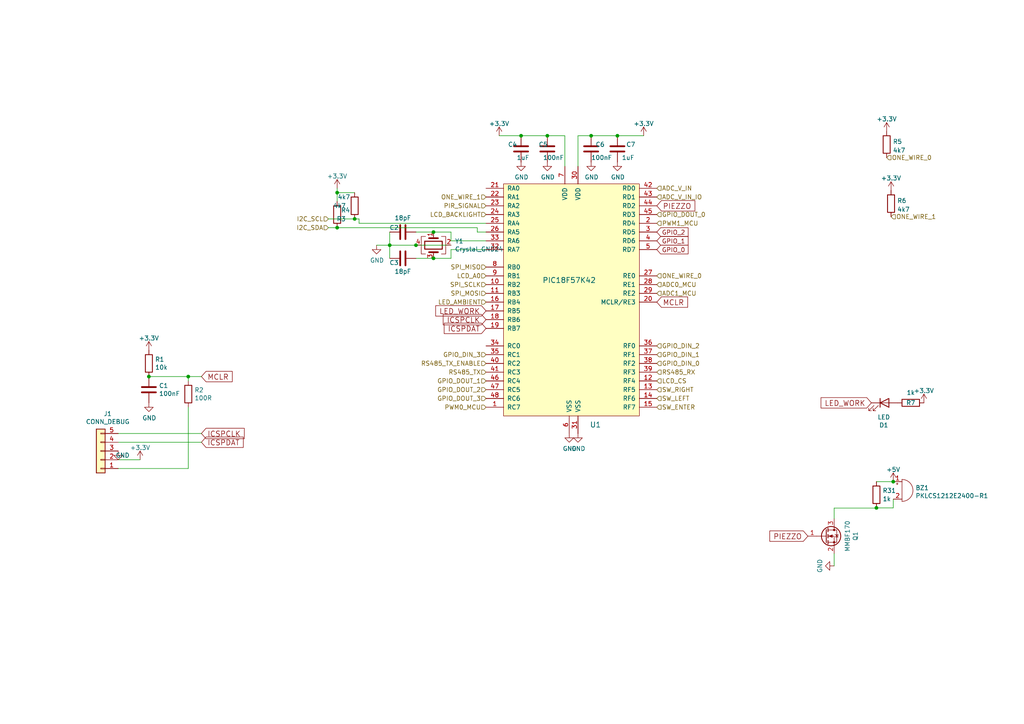
<source format=kicad_sch>
(kicad_sch (version 20231120) (generator "eeschema") (generator_version "8.0")
  (paper "A4")
  (title_block (title "Room Board 003") (date "2018-06-15") (rev "001") (company "Jiří Husák"))
  (lib_symbols
    (symbol "+3.3V_1" (power) (pin_names (offset 0))
      (property "Value" "+3.3V_1" (at 0 3.556 0))
      (symbol "+3.3V_1_0_1"
        (polyline (pts (xy -0.762 1.27) (xy 0 2.54)))
        (polyline (pts (xy 0 0) (xy 0 2.54)))
        (polyline (pts (xy 0 2.54) (xy 0.762 1.27)))
      )
      (symbol "+3.3V_1_1_1"
        (pin power_in line (at 0 0 90) (length 0) hide (name "+3.3V") (number "1"))
      )
    )
    (symbol "+3.3V_2" (power) (pin_names (offset 0))
      (property "Value" "+3.3V_2" (at 0 3.556 0))
      (symbol "+3.3V_2_0_1"
        (polyline (pts (xy -0.762 1.27) (xy 0 2.54)))
        (polyline (pts (xy 0 0) (xy 0 2.54)))
        (polyline (pts (xy 0 2.54) (xy 0.762 1.27)))
      )
      (symbol "+3.3V_2_1_1"
        (pin power_in line (at 0 0 90) (length 0) hide (name "+3.3V") (number "1"))
      )
    )
    (symbol "Connector_Generic:Conn_01x05" (pin_names (offset 1.016) hide)
      (property "Reference" "J" (at 0 7.62 0))
      (property "Value" "Conn_01x05" (at 0 -7.62 0))
      (symbol "Conn_01x05_1_1"
        (rectangle (start -1.27 -4.953) (end 0 -5.207) (stroke (width 0.1524)))
        (rectangle (start -1.27 -2.413) (end 0 -2.667) (stroke (width 0.1524)))
        (rectangle (start -1.27 0.127) (end 0 -0.127) (stroke (width 0.1524)))
        (rectangle (start -1.27 2.667) (end 0 2.413) (stroke (width 0.1524)))
        (rectangle (start -1.27 5.207) (end 0 4.953) (stroke (width 0.1524)))
        (rectangle (start -1.27 6.35) (end 1.27 -6.35) (stroke (width 0.254)) (fill (type background)))
        (pin passive line (at -5.08 5.08 0) (length 3.81) (name "Pin_1") (number "1"))
        (pin passive line (at -5.08 2.54 0) (length 3.81) (name "Pin_2") (number "2"))
        (pin passive line (at -5.08 0 0) (length 3.81) (name "Pin_3") (number "3"))
        (pin passive line (at -5.08 -2.54 0) (length 3.81) (name "Pin_4") (number "4"))
        (pin passive line (at -5.08 -5.08 0) (length 3.81) (name "Pin_5") (number "5"))
      )
    )
    (symbol "Device:Buzzer" (pin_names (offset 0.0254) hide)
      (property "Reference" "BZ" (at 3.81 1.27 0))
      (property "Value" "Buzzer" (at 3.81 -1.27 0))
      (symbol "Buzzer_0_1"
        (arc (start 0 -3.175) (mid 3.1612 0) (end 0 3.175))
        (polyline (pts (xy -1.651 1.905) (xy -1.143 1.905)))
        (polyline (pts (xy -1.397 2.159) (xy -1.397 1.651)))
        (polyline (pts (xy 0 3.175) (xy 0 -3.175)))
      )
      (symbol "Buzzer_1_1"
        (pin passive line (at -2.54 2.54 0) (length 2.54) (name "-") (number "1"))
        (pin passive line (at -2.54 -2.54 0) (length 2.54) (name "+") (number "2"))
      )
    )
    (symbol "Device:C" (pin_numbers hide) (pin_names (offset 0.254))
      (property "Reference" "C" (at 0.635 2.54 0))
      (property "Value" "C" (at 0.635 -2.54 0))
      (symbol "C_0_1"
        (polyline (pts (xy -2.032 -0.762) (xy 2.032 -0.762)) (stroke (width 0.508)))
        (polyline (pts (xy -2.032 0.762) (xy 2.032 0.762)) (stroke (width 0.508)))
      )
      (symbol "C_1_1"
        (pin passive line (at 0 3.81 270) (length 2.794) (name "~") (number "1"))
        (pin passive line (at 0 -3.81 90) (length 2.794) (name "~") (number "2"))
      )
    )
    (symbol "Device:Crystal_GND24" (pin_names (offset 1.016) hide)
      (property "Reference" "Y" (at 3.175 5.08 0))
      (property "Value" "Crystal_GND24" (at 3.175 3.175 0))
      (symbol "Crystal_GND24_0_1"
        (rectangle (start -1.143 2.54) (end 1.143 -2.54) (stroke (width 0.3048)))
        (polyline (pts (xy -2.54 0) (xy -2.032 0)))
        (polyline (pts (xy -2.032 -1.27) (xy -2.032 1.27)) (stroke (width 0.508)))
        (polyline (pts (xy 0 -3.81) (xy 0 -3.556)))
        (polyline (pts (xy 0 3.556) (xy 0 3.81)))
        (polyline (pts (xy 2.032 -1.27) (xy 2.032 1.27)) (stroke (width 0.508)))
        (polyline (pts (xy 2.032 0) (xy 2.54 0)))
        (polyline (pts (xy -2.54 -2.286) (xy -2.54 -3.556) (xy 2.54 -3.556) (xy 2.54 -2.286)))
        (polyline (pts (xy -2.54 2.286) (xy -2.54 3.556) (xy 2.54 3.556) (xy 2.54 2.286)))
      )
      (symbol "Crystal_GND24_1_1"
        (pin passive line (at -3.81 0 0) (length 1.27) (name "1") (number "1"))
        (pin passive line (at 0 5.08 270) (length 1.27) (name "2") (number "2"))
        (pin passive line (at 3.81 0 180) (length 1.27) (name "3") (number "3"))
        (pin passive line (at 0 -5.08 90) (length 1.27) (name "4") (number "4"))
      )
    )
    (symbol "Device:LED" (pin_numbers hide) (pin_names (offset 1.016) hide)
      (property "Reference" "D" (at 0 2.54 0))
      (property "Value" "LED" (at 0 -2.54 0))
      (symbol "LED_0_1"
        (polyline (pts (xy -1.27 -1.27) (xy -1.27 1.27)) (stroke (width 0.254)))
        (polyline (pts (xy -1.27 0) (xy 1.27 0)))
        (polyline (pts (xy 1.27 -1.27) (xy 1.27 1.27) (xy -1.27 0) (xy 1.27 -1.27)) (stroke (width 0.254)))
        (polyline (pts (xy -3.048 -0.762) (xy -4.572 -2.286) (xy -3.81 -2.286) (xy -4.572 -2.286) (xy -4.572 -1.524)))
        (polyline (pts (xy -1.778 -0.762) (xy -3.302 -2.286) (xy -2.54 -2.286) (xy -3.302 -2.286) (xy -3.302 -1.524)))
      )
      (symbol "LED_1_1"
        (pin passive line (at -3.81 0 0) (length 2.54) (name "K") (number "1"))
        (pin passive line (at 3.81 0 180) (length 2.54) (name "A") (number "2"))
      )
    )
    (symbol "Device:R" (pin_numbers hide) (pin_names (offset 0))
      (property "Reference" "R" (at 2.032 0 90))
      (property "Value" "R" (at 0 0 90))
      (symbol "R_0_1"
        (rectangle (start -1.016 -2.54) (end 1.016 2.54) (stroke (width 0.254)))
      )
      (symbol "R_1_1"
        (pin passive line (at 0 3.81 270) (length 1.27) (name "~") (number "1"))
        (pin passive line (at 0 -3.81 90) (length 1.27) (name "~") (number "2"))
      )
    )
    (symbol "PIC:PIC18F57K42" (pin_names (offset 1.016))
      (property "Reference" "U" (at 0 -57.15 0))
      (property "Value" "PIC_PIC18F57K42" (at -1.27 7.62 0))
      (symbol "PIC18F57K42_0_1"
        (rectangle (start -20.32 21.59) (end 19.05 -45.72) (fill (type background)))
      )
      (symbol "PIC18F57K42_1_1"
        (pin bidirectional line (at -25.4 -43.18 0) (length 5.08) (name "RC7") (number "1"))
        (pin bidirectional line (at -25.4 -7.62 0) (length 5.08) (name "RB2") (number "10"))
        (pin bidirectional line (at -25.4 -10.16 0) (length 5.08) (name "RB3") (number "11"))
        (pin bidirectional line (at 24.13 -35.56 180) (length 5.08) (name "RF4") (number "12"))
        (pin bidirectional line (at 24.13 -38.1 180) (length 5.08) (name "RF5") (number "13"))
        (pin bidirectional line (at 24.13 -40.64 180) (length 5.08) (name "RF6") (number "14"))
        (pin bidirectional line (at 24.13 -43.18 180) (length 5.08) (name "RF7") (number "15"))
        (pin bidirectional line (at -25.4 -12.7 0) (length 5.08) (name "RB4") (number "16"))
        (pin bidirectional line (at -25.4 -15.24 0) (length 5.08) (name "RB5") (number "17"))
        (pin bidirectional line (at -25.4 -17.78 0) (length 5.08) (name "RB6") (number "18"))
        (pin bidirectional line (at -25.4 -20.32 0) (length 5.08) (name "RB7") (number "19"))
        (pin bidirectional line (at 24.13 10.16 180) (length 5.08) (name "RD4") (number "2"))
        (pin bidirectional line (at 24.13 -12.7 180) (length 5.08) (name "MCLR/RE3") (number "20"))
        (pin bidirectional line (at -25.4 20.32 0) (length 5.08) (name "RA0") (number "21"))
        (pin bidirectional line (at -25.4 17.78 0) (length 5.08) (name "RA1") (number "22"))
        (pin bidirectional line (at -25.4 15.24 0) (length 5.08) (name "RA2") (number "23"))
        (pin bidirectional line (at -25.4 12.7 0) (length 5.08) (name "RA3") (number "24"))
        (pin bidirectional line (at -25.4 10.16 0) (length 5.08) (name "RA4") (number "25"))
        (pin bidirectional line (at -25.4 7.62 0) (length 5.08) (name "RA5") (number "26"))
        (pin bidirectional line (at 24.13 -5.08 180) (length 5.08) (name "RE0") (number "27"))
        (pin bidirectional line (at 24.13 -7.62 180) (length 5.08) (name "RE1") (number "28"))
        (pin bidirectional line (at 24.13 -10.16 180) (length 5.08) (name "RE2") (number "29"))
        (pin bidirectional line (at 24.13 7.62 180) (length 5.08) (name "RD5") (number "3"))
        (pin input line (at 1.27 26.67 270) (length 5.08) (name "VDD") (number "30"))
        (pin input line (at 1.27 -50.8 90) (length 5.08) (name "VSS") (number "31"))
        (pin bidirectional line (at -25.4 2.54 0) (length 5.08) (name "RA7") (number "32"))
        (pin bidirectional line (at -25.4 5.08 0) (length 5.08) (name "RA6") (number "33"))
        (pin bidirectional line (at -25.4 -25.4 0) (length 5.08) (name "RC0") (number "34"))
        (pin bidirectional line (at -25.4 -27.94 0) (length 5.08) (name "RC1") (number "35"))
        (pin bidirectional line (at 24.13 -25.4 180) (length 5.08) (name "RF0") (number "36"))
        (pin bidirectional line (at 24.13 -27.94 180) (length 5.08) (name "RF1") (number "37"))
        (pin bidirectional line (at 24.13 -30.48 180) (length 5.08) (name "RF2") (number "38"))
        (pin bidirectional line (at 24.13 -33.02 180) (length 5.08) (name "RF3") (number "39"))
        (pin bidirectional line (at 24.13 5.08 180) (length 5.08) (name "RD6") (number "4"))
        (pin bidirectional line (at -25.4 -30.48 0) (length 5.08) (name "RC2") (number "40"))
        (pin bidirectional line (at -25.4 -33.02 0) (length 5.08) (name "RC3") (number "41"))
        (pin bidirectional line (at 24.13 20.32 180) (length 5.08) (name "RD0") (number "42"))
        (pin bidirectional line (at 24.13 17.78 180) (length 5.08) (name "RD1") (number "43"))
        (pin bidirectional line (at 24.13 15.24 180) (length 5.08) (name "RD2") (number "44"))
        (pin bidirectional line (at 24.13 12.7 180) (length 5.08) (name "RD3") (number "45"))
        (pin bidirectional line (at -25.4 -35.56 0) (length 5.08) (name "RC4") (number "46"))
        (pin bidirectional line (at -25.4 -38.1 0) (length 5.08) (name "RC5") (number "47"))
        (pin bidirectional line (at -25.4 -40.64 0) (length 5.08) (name "RC6") (number "48"))
        (pin bidirectional line (at 24.13 2.54 180) (length 5.08) (name "RD7") (number "5"))
        (pin input line (at -1.27 -50.8 90) (length 5.08) (name "VSS") (number "6"))
        (pin input line (at -2.54 26.67 270) (length 5.08) (name "VDD") (number "7"))
        (pin bidirectional line (at -25.4 -2.54 0) (length 5.08) (name "RB0") (number "8"))
        (pin bidirectional line (at -25.4 -5.08 0) (length 5.08) (name "RB1") (number "9"))
      )
    )
    (symbol "Transistor_FET:MMBF170" (pin_names hide)
      (property "Reference" "Q" (at 5.08 1.905 0))
      (property "Value" "MMBF170" (at 5.08 0 0))
      (symbol "MMBF170_0_1"
        (polyline (pts (xy 0.254 0) (xy -2.54 0)))
        (polyline (pts (xy 0.254 1.905) (xy 0.254 -1.905)) (stroke (width 0.254)))
        (polyline (pts (xy 0.762 -1.27) (xy 0.762 -2.286)) (stroke (width 0.254)))
        (polyline (pts (xy 0.762 0.508) (xy 0.762 -0.508)) (stroke (width 0.254)))
        (polyline (pts (xy 0.762 2.286) (xy 0.762 1.27)) (stroke (width 0.254)))
        (polyline (pts (xy 2.54 2.54) (xy 2.54 1.778)))
        (polyline (pts (xy 2.54 -2.54) (xy 2.54 0) (xy 0.762 0)))
        (polyline (pts (xy 0.762 -1.778) (xy 3.302 -1.778) (xy 3.302 1.778) (xy 0.762 1.778)))
        (polyline (pts (xy 1.016 0) (xy 2.032 0.381) (xy 2.032 -0.381) (xy 1.016 0)) (fill (type outline)))
        (polyline (pts (xy 2.794 0.508) (xy 2.921 0.381) (xy 3.683 0.381) (xy 3.81 0.254)))
        (polyline (pts (xy 3.302 0.381) (xy 2.921 -0.254) (xy 3.683 -0.254) (xy 3.302 0.381)))
        (circle (center 1.651 0) (radius 2.794) (stroke (width 0.254)))
        (circle (center 2.54 -1.778) (radius 0.254) (fill (type outline)))
        (circle (center 2.54 1.778) (radius 0.254) (fill (type outline)))
      )
      (symbol "MMBF170_1_1"
        (pin input line (at -5.08 0 0) (length 2.54) (name "G") (number "1"))
        (pin passive line (at 2.54 -5.08 90) (length 2.54) (name "S") (number "2"))
        (pin passive line (at 2.54 5.08 270) (length 2.54) (name "D") (number "3"))
      )
    )
    (symbol "power:+5V" (power) (pin_names (offset 0))
      (property "Value" "+5V" (at 0 3.556 0))
      (symbol "+5V_0_1"
        (polyline (pts (xy -0.762 1.27) (xy 0 2.54)))
        (polyline (pts (xy 0 0) (xy 0 2.54)))
        (polyline (pts (xy 0 2.54) (xy 0.762 1.27)))
      )
      (symbol "+5V_1_1"
        (pin power_in line (at 0 0 90) (length 0) hide (name "+5V") (number "1"))
      )
    )
    (symbol "power:GND" (power) (pin_names (offset 0))
      (property "Value" "GND" (at 0 -3.81 0))
      (symbol "GND_0_1"
        (polyline (pts (xy 0 0) (xy 0 -1.27) (xy 1.27 -1.27) (xy 0 -2.54) (xy -1.27 -1.27) (xy 0 -1.27)))
      )
      (symbol "GND_1_1"
        (pin power_in line (at 0 0 270) (length 0) hide (name "GND") (number "1"))
      )
    )
  )
  (junction (at 151.13 39.37))
  (junction (at 171.45 39.37))
  (junction (at 125.73 74.93))
  (junction (at 120.65 71.12))
  (junction (at 97.79 66.04))
  (junction (at 97.79 55.88))
  (junction (at 43.18 109.22))
  (junction (at 125.73 67.31))
  (junction (at 113.03 71.12))
  (junction (at 254.2 147.31))
  (junction (at 158.75 39.37))
  (junction (at 102.87 63.5))
  (junction (at 179.07 39.37))
  (junction (at 259.08 139.7))
  (junction (at 54.61 109.22))
  (wire (pts (xy 130.81 69.85) (xy 140.97 69.85)))
  (wire (pts (xy 34.29 133.35) (xy 40.64 133.35)))
  (wire (pts (xy 241.94 147.365) (xy 241.94 150.42)))
  (wire (pts (xy 179.07 39.37) (xy 186.69 39.37)))
  (wire (pts (xy 254.2 139.7) (xy 254.2 139.69)))
  (wire (pts (xy 259.08 144.78) (xy 259.08 147.31)))
  (wire (pts (xy 158.75 39.37) (xy 163.83 39.37)))
  (wire (pts (xy 241.94 147.365) (xy 254.2 147.365)))
  (wire (pts (xy 54.61 110.49) (xy 54.61 109.22)))
  (wire (pts (xy 113.03 74.93) (xy 113.03 71.12)))
  (wire (pts (xy 54.61 109.22) (xy 43.18 109.22)))
  (wire (pts (xy 125.73 74.93) (xy 130.81 74.93)))
  (wire (pts (xy 167.64 39.37) (xy 171.45 39.37)))
  (wire (pts (xy 34.29 128.27) (xy 58.42 128.27)))
  (wire (pts (xy 113.03 71.12) (xy 120.65 71.12)))
  (wire (pts (xy 259.08 147.31) (xy 254.2 147.31)))
  (wire (pts (xy 109.22 71.12) (xy 113.03 71.12)))
  (wire (pts (xy 102.87 55.88) (xy 97.79 55.88)))
  (wire (pts (xy 140.97 64.77) (xy 104.14 64.77)))
  (wire (pts (xy 130.81 67.31) (xy 130.81 69.85)))
  (wire (pts (xy 167.64 48.26) (xy 167.64 39.37)))
  (wire (pts (xy 102.87 63.5) (xy 104.14 63.5)))
  (wire (pts (xy 138.43 67.31) (xy 138.43 66.04)))
  (wire (pts (xy 95.25 63.5) (xy 102.87 63.5)))
  (wire (pts (xy 54.61 135.89) (xy 54.61 118.11)))
  (wire (pts (xy 113.03 71.12) (xy 113.03 67.31)))
  (wire (pts (xy 54.61 109.22) (xy 58.42 109.22)))
  (wire (pts (xy 130.81 74.93) (xy 130.81 72.39)))
  (wire (pts (xy 97.79 55.88) (xy 97.79 54.61)))
  (wire (pts (xy 140.97 67.31) (xy 138.43 67.31)))
  (wire (pts (xy 125.73 67.31) (xy 130.81 67.31)))
  (wire (pts (xy 130.81 72.39) (xy 140.97 72.39)))
  (wire (pts (xy 97.79 58.42) (xy 97.79 55.88)))
  (wire (pts (xy 151.13 39.37) (xy 158.75 39.37)))
  (wire (pts (xy 254.2 147.365) (xy 254.2 147.31)))
  (wire (pts (xy 259.08 139.7) (xy 254.2 139.7)))
  (wire (pts (xy 120.65 74.93) (xy 125.73 74.93)))
  (wire (pts (xy 163.83 48.26) (xy 163.83 39.37)))
  (wire (pts (xy 34.29 125.73) (xy 58.42 125.73)))
  (wire (pts (xy 95.25 66.04) (xy 97.79 66.04)))
  (wire (pts (xy 130.81 71.12) (xy 120.65 71.12)))
  (wire (pts (xy 97.79 66.04) (xy 138.43 66.04)))
  (wire (pts (xy 104.14 64.77) (xy 104.14 63.5)))
  (wire (pts (xy 241.94 160.58) (xy 241.94 164.136)))
  (wire (pts (xy 171.45 39.37) (xy 179.07 39.37)))
  (wire (pts (xy 34.29 135.89) (xy 54.61 135.89)))
  (wire (pts (xy 144.78 39.37) (xy 151.13 39.37)))
  (wire (pts (xy 120.65 67.31) (xy 125.73 67.31)))
  (global_label "GPIO_0" (shape input) (at 190.5 72.39 0) (property "Intersheetrefs" "${INTERSHEET_REFS}" (effects (hide yes))))
  (global_label "LED_WORK" (shape input) (at 140.97 90.17 180) (effects (font (size 1.524 1.524))) (property "Intersheetrefs" "${INTERSHEET_REFS}" (effects (hide yes))))
  (global_label "LED_WORK" (shape input) (at 252.73 116.84 180) (effects (font (size 1.524 1.524))) (property "Intersheetrefs" "${INTERSHEET_REFS}" (effects (hide yes))))
  (global_label "ICSPDAT" (shape input) (at 140.97 95.25 180) (effects (font (size 1.524 1.524))) (property "Intersheetrefs" "${INTERSHEET_REFS}" (effects (hide yes))))
  (global_label "MCLR" (shape input) (at 190.5 87.63 0) (effects (font (size 1.524 1.524))) (property "Intersheetrefs" "${INTERSHEET_REFS}" (effects (hide yes))))
  (global_label "GPIO_2" (shape input) (at 190.5 67.31 0) (property "Intersheetrefs" "${INTERSHEET_REFS}" (effects (hide yes))))
  (global_label "PIEZZO" (shape input) (at 190.5 59.69 0) (effects (font (size 1.524 1.524))) (property "Intersheetrefs" "${INTERSHEET_REFS}" (effects (hide yes))))
  (global_label "MCLR" (shape input) (at 58.42 109.22 0) (effects (font (size 1.524 1.524))) (property "Intersheetrefs" "${INTERSHEET_REFS}" (effects (hide yes))))
  (global_label "PIEZZO" (shape input) (at 234.32 155.5 180) (effects (font (size 1.524 1.524))) (property "Intersheetrefs" "${INTERSHEET_REFS}" (effects (hide yes))))
  (global_label "ICSPCLK" (shape input) (at 140.97 92.71 180) (effects (font (size 1.524 1.524))) (property "Intersheetrefs" "${INTERSHEET_REFS}" (effects (hide yes))))
  (global_label "ICSPCLK" (shape input) (at 58.42 125.73 0) (effects (font (size 1.524 1.524))) (property "Intersheetrefs" "${INTERSHEET_REFS}" (effects (hide yes))))
  (global_label "GPIO_1" (shape input) (at 190.5 69.85 0) (property "Intersheetrefs" "${INTERSHEET_REFS}" (effects (hide yes))))
  (global_label "ICSPDAT" (shape input) (at 58.42 128.27 0) (effects (font (size 1.524 1.524))) (property "Intersheetrefs" "${INTERSHEET_REFS}" (effects (hide yes))))
  (hierarchical_label "LCD_BACKLIGHT" (shape input) (at 140.97 62.23 180))
  (hierarchical_label "GPIO_DIN_3" (shape input) (at 140.97 102.87 180))
  (hierarchical_label "GPIO_DIN_2" (shape input) (at 190.5 100.33 0))
  (hierarchical_label "GPIO_DOUT_1" (shape input) (at 140.97 110.49 180))
  (hierarchical_label "PIR_SIGNAL" (shape input) (at 140.97 59.69 180))
  (hierarchical_label "SPI_MOSI" (shape input) (at 140.97 85.09 180))
  (hierarchical_label "PWM0_MCU" (shape input) (at 140.97 118.11 180))
  (hierarchical_label "RS485_RX" (shape input) (at 190.5 107.95 0))
  (hierarchical_label "ONE_WIRE_0" (shape input) (at 257.175 45.72 0))
  (hierarchical_label "SW_ENTER" (shape input) (at 190.5 118.11 0))
  (hierarchical_label "GPIO_DOUT_0" (shape input) (at 190.5 62.23 0))
  (hierarchical_label "GPIO_DOUT_3" (shape input) (at 140.97 115.57 180))
  (hierarchical_label "GPIO_DIN_1" (shape input) (at 190.5 102.87 0))
  (hierarchical_label "I2C_SCL" (shape input) (at 95.25 63.5 180))
  (hierarchical_label "ADC_V_IN_IO" (shape input) (at 190.5 57.15 0))
  (hierarchical_label "ADC_V_IN" (shape input) (at 190.5 54.61 0))
  (hierarchical_label "I2C_SDA" (shape input) (at 95.25 66.04 180))
  (hierarchical_label "RS485_TX_ENABLE" (shape input) (at 140.97 105.41 180))
  (hierarchical_label "SPI_SCLK" (shape input) (at 140.97 82.55 180))
  (hierarchical_label "ONE_WIRE_1" (shape input) (at 258.445 62.865 0))
  (hierarchical_label "LCD_CS" (shape input) (at 190.5 110.49 0))
  (hierarchical_label "ADC1_MCU" (shape input) (at 190.5 85.09 0))
  (hierarchical_label "LED_AMBIENT" (shape input) (at 140.97 87.63 180))
  (hierarchical_label "SW_LEFT" (shape input) (at 190.5 115.57 0))
  (hierarchical_label "RS485_TX" (shape input) (at 140.97 107.95 180))
  (hierarchical_label "SW_RIGHT" (shape input) (at 190.5 113.03 0))
  (hierarchical_label "ONE_WIRE_0" (shape input) (at 190.5 80.01 0))
  (hierarchical_label "PWM1_MCU" (shape input) (at 190.5 64.77 0))
  (hierarchical_label "ONE_WIRE_1" (shape input) (at 140.97 57.15 180))
  (hierarchical_label "LCD_A0" (shape input) (at 140.97 80.01 180))
  (hierarchical_label "ADC0_MCU" (shape input) (at 190.5 82.55 0))
  (hierarchical_label "GPIO_DIN_0" (shape input) (at 190.5 105.41 0))
  (hierarchical_label "SPI_MISO" (shape input) (at 140.97 77.47 180))
  (hierarchical_label "GPIO_DOUT_2" (shape input) (at 140.97 113.03 180))
  (symbol (lib_id "Connector_Generic:Conn_01x05") (at 29.21 130.81 180) (unit 1)
    (property "Reference" "J1" (at 31.242 120.015 0))
    (property "Value" "CONN_DEBUG" (at 31.242 122.3264 0))
    (property "Footprint" "Connector_PinHeader_2.54mm:PinHeader_1x05_P2.54mm_Vertical" (effects (hide yes)))
  )
  (symbol (lib_id "Device:C") (at 158.75 43.18 0) (unit 1)
    (property "Reference" "C5" (at 156.21 41.91 0) (effects (justify left)))
    (property "Value" "100nF" (at 157.48 45.72 0) (effects (justify left)))
    (property "Footprint" "Capacitor_SMD:C_0805_2012Metric" (effects (hide yes)))
  )
  (symbol (lib_id "Device:C") (at 151.13 43.18 0) (unit 1)
    (property "Reference" "C4" (at 147.32 41.91 0) (effects (justify left)))
    (property "Value" "1uF" (at 149.86 45.72 0) (effects (justify left)))
    (property "Footprint" "Capacitor_SMD:C_0805_2012Metric" (effects (hide yes)))
  )
  (symbol (lib_id "Device:C") (at 171.45 43.18 0) (unit 1)
    (property "Reference" "C6" (at 172.72 41.91 0) (effects (justify left)))
    (property "Value" "100nF" (at 171.45 45.72 0) (effects (justify left)))
    (property "Footprint" "Capacitor_SMD:C_0805_2012Metric" (effects (hide yes)))
  )
  (symbol (lib_id "Device:C") (at 179.07 43.18 0) (unit 1)
    (property "Reference" "C7" (at 181.61 41.91 0) (effects (justify left)))
    (property "Value" "1uF" (at 180.34 45.72 0) (effects (justify left)))
    (property "Footprint" "Capacitor_SMD:C_0805_2012Metric" (effects (hide yes)))
  )
  (symbol (lib_id "power:GND") (at 158.75 46.99 0) (unit 1)
    (property "Reference" "#PWR010" (effects (hide yes)))
    (property "Value" "GND" (at 158.877 51.3842 0))
  )
  (symbol (lib_id "power:GND") (at 151.13 46.99 0) (unit 1)
    (property "Reference" "#PWR09" (effects (hide yes)))
    (property "Value" "GND" (at 151.257 51.3842 0))
  )
  (symbol (lib_id "power:GND") (at 171.45 46.99 0) (unit 1)
    (property "Reference" "#PWR013" (effects (hide yes)))
    (property "Value" "GND" (at 171.577 51.3842 0))
  )
  (symbol (lib_id "power:GND") (at 179.07 46.99 0) (unit 1)
    (property "Reference" "#PWR014" (effects (hide yes)))
    (property "Value" "GND" (at 179.197 51.3842 0))
  )
  (symbol (lib_id "power:GND") (at 34.29 130.81 0) (unit 1)
    (property "Reference" "#PWR02" (effects (hide yes)))
    (property "Value" "GND" (at 35.56 132.08 0))
  )
  (symbol (lib_id "Device:R") (at 54.61 114.3 0) (unit 1)
    (property "Reference" "R2" (at 56.388 113.1316 0) (effects (justify left)))
    (property "Value" "100R" (at 56.388 115.443 0) (effects (justify left)))
    (property "Footprint" "Resistor_SMD:R_0805_2012Metric" (effects (hide yes)))
  )
  (symbol (lib_id "Device:C") (at 43.18 113.03 0) (unit 1)
    (property "Reference" "C1" (at 46.101 111.8616 0) (effects (justify left)))
    (property "Value" "100nF" (at 46.101 114.173 0) (effects (justify left)))
    (property "Footprint" "Capacitor_SMD:C_0805_2012Metric" (effects (hide yes)))
  )
  (symbol (lib_id "Device:R") (at 43.18 105.41 0) (unit 1)
    (property "Reference" "R1" (at 44.958 104.2416 0) (effects (justify left)))
    (property "Value" "10k" (at 44.958 106.553 0) (effects (justify left)))
    (property "Footprint" "Resistor_SMD:R_0805_2012Metric" (effects (hide yes)))
  )
  (symbol (lib_id "power:GND") (at 43.18 116.84 0) (unit 1)
    (property "Reference" "#PWR05" (effects (hide yes)))
    (property "Value" "GND" (at 43.307 121.2342 0))
  )
  (symbol (lib_id "Device:C") (at 116.84 67.31 270) (unit 1)
    (property "Reference" "C2" (at 114.3 66.04 90))
    (property "Value" "18pF" (at 116.84 63.2206 90))
    (property "Footprint" "Capacitor_SMD:C_0805_2012Metric" (effects (hide yes)))
  )
  (symbol (lib_id "Device:C") (at 116.84 74.93 270) (unit 1)
    (property "Reference" "C3" (at 114.3 76.2 90))
    (property "Value" "18pF" (at 116.84 78.74 90))
    (property "Footprint" "Capacitor_SMD:C_0805_2012Metric" (effects (hide yes)))
  )
  (symbol (lib_id "power:GND") (at 109.22 71.12 0) (unit 1)
    (property "Reference" "#PWR07" (effects (hide yes)))
    (property "Value" "GND" (at 109.347 75.5142 0))
  )
  (symbol (lib_id "Device:Buzzer") (at 261.62 142.24 0) (unit 1)
    (property "Reference" "BZ1" (at 265.5062 141.5034 0) (effects (justify left)))
    (property "Value" "PKLCS1212E2400-R1" (at 265.5062 143.8148 0) (effects (justify left)))
    (property "Footprint" "Buzzer_Beeper:Buzzer_Murata_PKLCS1212E" (effects (hide yes)))
  )
  (symbol (lib_id "Device:LED") (at 256.54 116.84 0) (unit 1)
    (property "Reference" "D1" (at 256.3368 123.317 0))
    (property "Value" "LED" (at 256.3368 121.0056 0))
    (property "Footprint" "LED_SMD:LED_0805_2012Metric_Pad1.15x1.40mm_HandSolder" (effects (hide yes)))
  )
  (symbol (lib_id "Device:R") (at 264.16 116.84 270) (unit 1)
    (property "Reference" "R7" (at 264.16 116.84 90))
    (property "Value" "1k" (at 264.16 113.8936 90))
    (property "Footprint" "Resistor_SMD:R_0805_2012Metric" (effects (hide yes)))
  )
  (symbol (lib_id "Device:R") (at 97.79 62.23 180) (unit 1)
    (property "Reference" "R3" (at 100.33 63.5 0) (effects (justify left)))
    (property "Value" "4k7" (at 100.33 59.69 0) (effects (justify left)))
    (property "Footprint" "Resistor_SMD:R_0805_2012Metric" (effects (hide yes)))
  )
  (symbol (lib_id "Device:R") (at 102.87 59.69 180) (unit 1)
    (property "Reference" "R4" (at 101.6 60.96 0) (effects (justify left)))
    (property "Value" "4k7" (at 101.6 57.15 0) (effects (justify left)))
    (property "Footprint" "Resistor_SMD:R_0805_2012Metric" (effects (hide yes)))
  )
  (symbol (lib_id "PIC:PIC18F57K42") (at 166.37 74.93 0) (unit 1)
    (property "Reference" "U1" (at 172.72 123.19 0) (effects (font (size 1.524 1.524))))
    (property "Value" "PIC18F57K42" (at 165.1 81.28 0) (effects (font (size 1.524 1.524))))
    (property "Footprint" "Package_QFP:TQFP-48_7x7mm_P0.5mm" (effects (hide yes)))
  )
  (symbol (lib_id "power:GND") (at 165.1 125.73 0) (unit 1)
    (property "Reference" "#PWR011" (effects (hide yes)))
    (property "Value" "GND" (at 165.227 130.1242 0))
  )
  (symbol (lib_id "power:GND") (at 167.64 125.73 0) (unit 1)
    (property "Reference" "#PWR012" (effects (hide yes)))
    (property "Value" "GND" (at 167.767 130.1242 0))
  )
  (symbol (lib_id "Device:Crystal_GND24") (at 125.73 71.12 270) (unit 1)
    (property "Reference" "Y1" (at 131.9276 69.9516 90) (effects (justify left)))
    (property "Value" "Crystal_GND24" (at 131.9276 72.263 90) (effects (justify left)))
    (property "Footprint" "Crystal:Crystal_SMD_SeikoEpson_FA238-4Pin_3.2x2.5mm" (effects (hide yes)))
  )
  (symbol (lib_id "power:+5V") (at 259.08 139.7 0) (unit 1)
    (property "Reference" "#PWR018" (effects (hide yes)))
    (property "Value" "+5V" (at 259.08 136.1981 0))
  )
  (symbol (lib_name "+3.3V_2") (lib_id "power:+3.3V") (at 186.69 39.37 0) (unit 1)
    (property "Reference" "#PWR015" (effects (hide yes)))
    (property "Value" "+3.3V" (at 186.69 35.8681 0))
  )
  (symbol (lib_name "+3.3V_2") (lib_id "power:+3.3V") (at 144.78 39.37 0) (unit 1)
    (property "Reference" "#PWR08" (effects (hide yes)))
    (property "Value" "+3.3V" (at 144.78 35.8681 0))
  )
  (symbol (lib_name "+3.3V_2") (lib_id "power:+3.3V") (at 40.64 133.35 0) (unit 1)
    (property "Reference" "#PWR03" (effects (hide yes)))
    (property "Value" "+3.3V" (at 40.64 129.8481 0))
  )
  (symbol (lib_id "Device:R") (at 254.2 143.5 0) (unit 1)
    (property "Reference" "R31" (at 255.978 142.2878 0) (effects (justify left)))
    (property "Value" "1k" (at 255.978 144.7121 0) (effects (justify left)))
    (property "Footprint" "Resistor_SMD:R_0805_2012Metric" (effects (hide yes)))
    (property "Description" "Resistor" (effects (hide yes)))
  )
  (symbol (lib_name "+3.3V_1") (lib_id "power:+3.3V") (at 257.175 38.1 0) (unit 1)
    (property "Reference" "#PWR016" (effects (hide yes)))
    (property "Value" "+3.3V" (at 257.175 34.5242 0))
  )
  (symbol (lib_id "Device:R") (at 257.175 41.91 0) (unit 1)
    (property "Reference" "R5" (at 258.953 41.0753 0) (effects (justify left)))
    (property "Value" "4k7" (at 258.953 43.6122 0) (effects (justify left)))
    (property "Footprint" "Resistor_SMD:R_0805_2012Metric" (effects (hide yes)))
  )
  (symbol (lib_name "+3.3V_2") (lib_id "power:+3.3V") (at 267.97 116.84 0) (unit 1)
    (property "Reference" "#PWR019" (effects (hide yes)))
    (property "Value" "+3.3V" (at 267.97 113.3381 0))
  )
  (symbol (lib_name "+3.3V_1") (lib_id "power:+3.3V") (at 258.445 55.245 0) (unit 1)
    (property "Reference" "#PWR017" (effects (hide yes)))
    (property "Value" "+3.3V" (at 258.445 51.6692 0))
  )
  (symbol (lib_name "+3.3V_2") (lib_id "power:+3.3V") (at 97.79 54.61 0) (unit 1)
    (property "Reference" "#PWR06" (effects (hide yes)))
    (property "Value" "+3.3V" (at 97.79 51.1081 0))
  )
  (symbol (lib_id "Transistor_FET:MMBF170") (at 239.4 155.5 0) (unit 1)
    (property "Reference" "Q1" (at 248.1122 155.5 90))
    (property "Value" "MMBF170" (at 245.8008 155.5 90))
    (property "Footprint" "Package_TO_SOT_SMD:SOT-23" (effects (hide yes)))
    (property "Datasheet" "https://www.diodes.com/assets/Datasheets/ds30104.pdf" (effects (hide yes)))
  )
  (symbol (lib_name "+3.3V_2") (lib_id "power:+3.3V") (at 43.18 101.6 0) (unit 1)
    (property "Reference" "#PWR04" (effects (hide yes)))
    (property "Value" "+3.3V" (at 43.18 98.0981 0))
  )
  (symbol (lib_id "Device:R") (at 258.445 59.055 0) (unit 1)
    (property "Reference" "R6" (at 260.223 58.2203 0) (effects (justify left)))
    (property "Value" "4k7" (at 260.223 60.7572 0) (effects (justify left)))
    (property "Footprint" "Resistor_SMD:R_0805_2012Metric" (effects (hide yes)))
  )
  (symbol (lib_id "power:GND") (at 241.94 164.136 270) (unit 1)
    (property "Reference" "#PWR062" (effects (hide yes)))
    (property "Value" "GND" (at 237.8045 164.136 0))
  )
)
</source>
